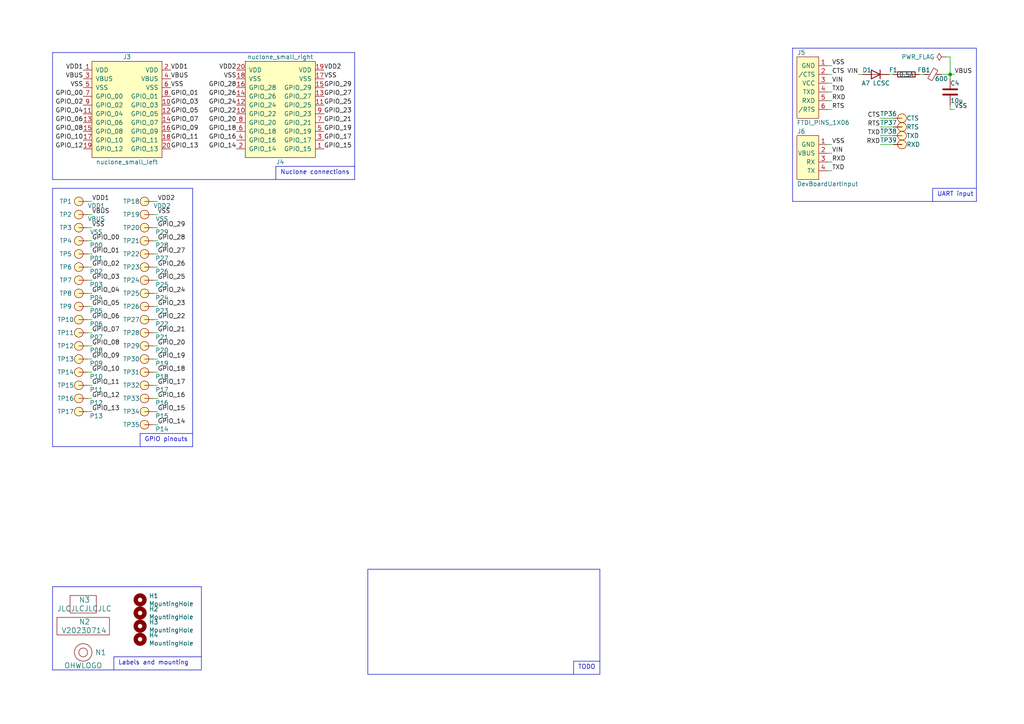
<source format=kicad_sch>
(kicad_sch (version 20230121) (generator eeschema)
  (paper "A4")
  (lib_symbols
    (symbol "Device:C" (pin_numbers hide) (pin_names (offset 0.254))
      (property "Reference" "C" (at 0.635 2.54 0))
      (property "Value" "C" (at 0.635 -2.54 0))
      (symbol "C_0_1"
        (polyline (pts (xy -2.032 -0.762) (xy 2.032 -0.762)) (stroke (width 0.508)))
        (polyline (pts (xy -2.032 0.762) (xy 2.032 0.762)) (stroke (width 0.508)))
      )
      (symbol "C_1_1"
        (pin passive line (at 0 3.81 270) (length 2.794) (name "~") (number "1"))
        (pin passive line (at 0 -3.81 90) (length 2.794) (name "~") (number "2"))
      )
    )
    (symbol "Device:D" (pin_numbers hide) (pin_names (offset 1.016) hide)
      (property "Reference" "D" (at 0 2.54 0))
      (property "Value" "D" (at 0 -2.54 0))
      (symbol "D_0_1"
        (polyline (pts (xy -1.27 1.27) (xy -1.27 -1.27)) (stroke (width 0.254)))
        (polyline (pts (xy 1.27 0) (xy -1.27 0)))
        (polyline (pts (xy 1.27 1.27) (xy 1.27 -1.27) (xy -1.27 0) (xy 1.27 1.27)) (stroke (width 0.254)))
      )
      (symbol "D_1_1"
        (pin passive line (at -3.81 0 0) (length 2.54) (name "K") (number "1"))
        (pin passive line (at 3.81 0 180) (length 2.54) (name "A") (number "2"))
      )
    )
    (symbol "Device:FerriteBead_Small" (pin_numbers hide) (pin_names (offset 0))
      (property "Reference" "FB" (at 1.905 1.27 0))
      (property "Value" "FerriteBead_Small" (at 1.905 -1.27 0))
      (symbol "FerriteBead_Small_0_1"
        (polyline (pts (xy 0 -1.27) (xy 0 -0.7874)))
        (polyline (pts (xy 0 0.889) (xy 0 1.2954)))
        (polyline (pts (xy -1.8288 0.2794) (xy -1.1176 1.4986) (xy 1.8288 -0.2032) (xy 1.1176 -1.4224) (xy -1.8288 0.2794)))
      )
      (symbol "FerriteBead_Small_1_1"
        (pin passive line (at 0 2.54 270) (length 1.27) (name "~") (number "1"))
        (pin passive line (at 0 -2.54 90) (length 1.27) (name "~") (number "2"))
      )
    )
    (symbol "Device:Fuse" (pin_numbers hide) (pin_names (offset 0))
      (property "Reference" "F" (at 2.032 0 90))
      (property "Value" "Fuse" (at -1.905 0 90))
      (symbol "Fuse_0_1"
        (rectangle (start -0.762 -2.54) (end 0.762 2.54) (stroke (width 0.254)))
        (polyline (pts (xy 0 2.54) (xy 0 -2.54)))
      )
      (symbol "Fuse_1_1"
        (pin passive line (at 0 3.81 270) (length 1.27) (name "~") (number "1"))
        (pin passive line (at 0 -3.81 90) (length 1.27) (name "~") (number "2"))
      )
    )
    (symbol "Mechanical:MountingHole" (pin_names (offset 1.016))
      (property "Reference" "H" (at 0 5.08 0))
      (property "Value" "MountingHole" (at 0 3.175 0))
      (symbol "MountingHole_0_1"
        (circle (center 0 0) (radius 1.27) (stroke (width 1.27)))
      )
    )
    (symbol "SquantorConnectorsNamed:DevBoardUartInput" (pin_names (offset 1.016))
      (property "Reference" "J" (at 0 7.62 0))
      (property "Value" "DevBoardUartInput" (at 0 -7.62 0))
      (symbol "DevBoardUartInput_0_1"
        (rectangle (start 2.54 -6.35) (end -3.81 6.35) (fill (type background)))
      )
      (symbol "DevBoardUartInput_1_1"
        (pin power_out line (at 5.08 3.81 180) (length 2.54) (name "GND") (number "1"))
        (pin power_out line (at 5.08 1.27 180) (length 2.54) (name "VBUS") (number "2"))
        (pin input line (at 5.08 -1.27 180) (length 2.54) (name "RX") (number "3"))
        (pin output line (at 5.08 -3.81 180) (length 2.54) (name "TX") (number "4"))
      )
    )
    (symbol "SquantorConnectorsNamed:FTDI_PINS_1X06" (pin_names (offset 1.016))
      (property "Reference" "J" (at 0 10.16 0))
      (property "Value" "FTDI_PINS_1X06" (at 0 -10.16 0))
      (symbol "FTDI_PINS_1X06_0_1"
        (rectangle (start -3.81 8.89) (end 2.54 -8.89) (fill (type background)))
      )
      (symbol "FTDI_PINS_1X06_1_1"
        (pin power_out line (at 5.08 6.35 180) (length 2.54) (name "GND") (number "1"))
        (pin input line (at 5.08 3.81 180) (length 2.54) (name "/CTS") (number "2"))
        (pin power_out line (at 5.08 1.27 180) (length 2.54) (name "VCC") (number "3"))
        (pin output line (at 5.08 -1.27 180) (length 2.54) (name "TXD") (number "4"))
        (pin input line (at 5.08 -3.81 180) (length 2.54) (name "RXD") (number "5"))
        (pin output line (at 5.08 -6.35 180) (length 2.54) (name "/RTS") (number "6"))
      )
    )
    (symbol "SquantorConnectorsNamed:nuclone_small_left" (pin_names (offset 1.016))
      (property "Reference" "J" (at 0 15.24 0))
      (property "Value" "nuclone_small_left" (at 0 -15.24 0))
      (symbol "nuclone_small_left_0_1"
        (rectangle (start -10.16 13.97) (end 10.16 -13.97) (fill (type background)))
      )
      (symbol "nuclone_small_left_1_1"
        (pin power_in line (at -12.7 11.43 0) (length 2.54) (name "VDD") (number "1"))
        (pin bidirectional line (at 12.7 1.27 180) (length 2.54) (name "GPIO_03") (number "10"))
        (pin bidirectional line (at -12.7 -1.27 0) (length 2.54) (name "GPIO_04") (number "11"))
        (pin bidirectional line (at 12.7 -1.27 180) (length 2.54) (name "GPIO_05") (number "12"))
        (pin bidirectional line (at -12.7 -3.81 0) (length 2.54) (name "GPIO_06") (number "13"))
        (pin bidirectional line (at 12.7 -3.81 180) (length 2.54) (name "GPIO_07") (number "14"))
        (pin bidirectional line (at -12.7 -6.35 0) (length 2.54) (name "GPIO_08") (number "15"))
        (pin bidirectional line (at 12.7 -6.35 180) (length 2.54) (name "GPIO_09") (number "16"))
        (pin bidirectional line (at -12.7 -8.89 0) (length 2.54) (name "GPIO_10") (number "17"))
        (pin bidirectional line (at 12.7 -8.89 180) (length 2.54) (name "GPIO_11") (number "18"))
        (pin bidirectional line (at -12.7 -11.43 0) (length 2.54) (name "GPIO_12") (number "19"))
        (pin power_in line (at 12.7 11.43 180) (length 2.54) (name "VDD") (number "2"))
        (pin bidirectional line (at 12.7 -11.43 180) (length 2.54) (name "GPIO_13") (number "20"))
        (pin power_in line (at -12.7 8.89 0) (length 2.54) (name "VBUS") (number "3"))
        (pin power_in line (at 12.7 8.89 180) (length 2.54) (name "VBUS") (number "4"))
        (pin power_in line (at -12.7 6.35 0) (length 2.54) (name "VSS") (number "5"))
        (pin power_in line (at 12.7 6.35 180) (length 2.54) (name "VSS") (number "6"))
        (pin bidirectional line (at -12.7 3.81 0) (length 2.54) (name "GPIO_00") (number "7"))
        (pin bidirectional line (at 12.7 3.81 180) (length 2.54) (name "GPIO_01") (number "8"))
        (pin bidirectional line (at -12.7 1.27 0) (length 2.54) (name "GPIO_02") (number "9"))
      )
    )
    (symbol "SquantorConnectorsNamed:nuclone_small_right" (pin_names (offset 1.016))
      (property "Reference" "J" (at 0 -15.24 0))
      (property "Value" "nuclone_small_right" (at 0 15.24 0))
      (symbol "nuclone_small_right_0_1"
        (rectangle (start 10.16 -13.97) (end -10.16 13.97) (fill (type background)))
      )
      (symbol "nuclone_small_right_1_1"
        (pin bidirectional line (at 12.7 -11.43 180) (length 2.54) (name "GPIO_15") (number "1"))
        (pin bidirectional line (at -12.7 -1.27 0) (length 2.54) (name "GPIO_22") (number "10"))
        (pin bidirectional line (at 12.7 1.27 180) (length 2.54) (name "GPIO_25") (number "11"))
        (pin bidirectional line (at -12.7 1.27 0) (length 2.54) (name "GPIO_24") (number "12"))
        (pin bidirectional line (at 12.7 3.81 180) (length 2.54) (name "GPIO_27") (number "13"))
        (pin bidirectional line (at -12.7 3.81 0) (length 2.54) (name "GPIO_26") (number "14"))
        (pin bidirectional line (at 12.7 6.35 180) (length 2.54) (name "GPIO_29") (number "15"))
        (pin bidirectional line (at -12.7 6.35 0) (length 2.54) (name "GPIO_28") (number "16"))
        (pin power_in line (at 12.7 8.89 180) (length 2.54) (name "VSS") (number "17"))
        (pin power_in line (at -12.7 8.89 0) (length 2.54) (name "VSS") (number "18"))
        (pin power_in line (at 12.7 11.43 180) (length 2.54) (name "VDD") (number "19"))
        (pin bidirectional line (at -12.7 -11.43 0) (length 2.54) (name "GPIO_14") (number "2"))
        (pin power_in line (at -12.7 11.43 0) (length 2.54) (name "VDD") (number "20"))
        (pin bidirectional line (at 12.7 -8.89 180) (length 2.54) (name "GPIO_17") (number "3"))
        (pin bidirectional line (at -12.7 -8.89 0) (length 2.54) (name "GPIO_16") (number "4"))
        (pin bidirectional line (at 12.7 -6.35 180) (length 2.54) (name "GPIO_19") (number "5"))
        (pin bidirectional line (at -12.7 -6.35 0) (length 2.54) (name "GPIO_18") (number "6"))
        (pin bidirectional line (at 12.7 -3.81 180) (length 2.54) (name "GPIO_21") (number "7"))
        (pin bidirectional line (at -12.7 -3.81 0) (length 2.54) (name "GPIO_20") (number "8"))
        (pin bidirectional line (at 12.7 -1.27 180) (length 2.54) (name "GPIO_23") (number "9"))
      )
    )
    (symbol "SquantorLabels:Label" (pin_names (offset 1.016))
      (property "Reference" "N" (at 0 1.27 0))
      (property "Value" "Label" (at 0 -1.27 0))
      (symbol "Label_0_1"
        (rectangle (start -3.81 2.54) (end 3.81 -2.54))
      )
    )
    (symbol "SquantorLabels:OHWLOGO" (pin_names (offset 1.016))
      (property "Reference" "N" (at 0 3.81 0))
      (property "Value" "OHWLOGO" (at 0 -3.81 0))
      (symbol "OHWLOGO_0_1"
        (circle (center 0 0) (radius 1.27))
        (circle (center 0 0) (radius 2.54))
      )
    )
    (symbol "SquantorLabels:VYYYYMMDD" (pin_names (offset 1.016))
      (property "Reference" "N" (at 0 2.54 0))
      (property "Value" "VYYYYMMDD" (at 0 0 0))
      (symbol "VYYYYMMDD_0_1"
        (rectangle (start 7.62 -1.27) (end -7.62 3.81))
      )
    )
    (symbol "SquantorProto:testpad" (pin_numbers hide) (pin_names (offset 1.016) hide)
      (property "Reference" "TP" (at 0 2.54 0))
      (property "Value" "testpad" (at 0 -2.54 0))
      (symbol "testpad_0_1"
        (circle (center 0 0) (radius 1.27) (fill (type background)))
      )
      (symbol "testpad_1_1"
        (pin passive line (at -2.54 0 0) (length 2.54) (name "1") (number "1"))
      )
    )
    (symbol "power:PWR_FLAG" (power) (pin_numbers hide) (pin_names (offset 0) hide)
      (property "Value" "PWR_FLAG" (at 0 3.81 0))
      (symbol "PWR_FLAG_0_0"
        (pin power_out line (at 0 0 90) (length 0) (name "pwr") (number "1"))
      )
      (symbol "PWR_FLAG_0_1"
        (polyline (pts (xy 0 0) (xy 0 1.27) (xy -1.016 1.905) (xy 0 2.54) (xy 1.016 1.905) (xy 0 1.27)))
      )
    )
  )
  (junction (at 275.59 21.59))
  (polyline (pts (xy 229.87 13.97) (xy 283.21 13.97)))
  (wire (pts (xy 248.92 21.59) (xy 250.19 21.59)))
  (wire (pts (xy 44.45 96.52) (xy 45.72 96.52)))
  (wire (pts (xy 44.45 58.42) (xy 45.72 58.42)))
  (wire (pts (xy 276.86 21.59) (xy 275.59 21.59)))
  (polyline (pts (xy 102.87 48.26) (xy 80.01 48.26)))
  (polyline (pts (xy 33.02 190.5) (xy 33.02 194.31)))
  (wire (pts (xy 275.59 21.59) (xy 275.59 22.86)))
  (wire (pts (xy 255.27 39.37) (xy 259.08 39.37)))
  (wire (pts (xy 45.72 77.47) (xy 44.45 77.47)))
  (wire (pts (xy 257.81 21.59) (xy 259.08 21.59)))
  (polyline (pts (xy 58.42 190.5) (xy 33.02 190.5)))
  (wire (pts (xy 240.03 31.75) (xy 241.3 31.75)))
  (polyline (pts (xy 229.87 58.42) (xy 283.21 58.42)))
  (wire (pts (xy 45.72 107.95) (xy 44.45 107.95)))
  (wire (pts (xy 25.4 88.9) (xy 26.67 88.9)))
  (polyline (pts (xy 173.99 165.1) (xy 173.99 195.58)))
  (wire (pts (xy 44.45 115.57) (xy 45.72 115.57)))
  (wire (pts (xy 240.03 41.91) (xy 241.3 41.91)))
  (wire (pts (xy 255.27 41.91) (xy 259.08 41.91)))
  (wire (pts (xy 266.7 21.59) (xy 267.97 21.59)))
  (wire (pts (xy 26.67 115.57) (xy 25.4 115.57)))
  (wire (pts (xy 26.67 58.42) (xy 25.4 58.42)))
  (polyline (pts (xy 80.01 48.26) (xy 80.01 52.07)))
  (polyline (pts (xy 15.24 54.61) (xy 55.88 54.61)))
  (wire (pts (xy 26.67 85.09) (xy 25.4 85.09)))
  (polyline (pts (xy 15.24 129.54) (xy 15.24 54.61)))
  (wire (pts (xy 45.72 100.33) (xy 44.45 100.33)))
  (polyline (pts (xy 40.64 125.73) (xy 40.64 129.54)))
  (wire (pts (xy 240.03 24.13) (xy 241.3 24.13)))
  (wire (pts (xy 44.45 66.04) (xy 45.72 66.04)))
  (polyline (pts (xy 55.88 54.61) (xy 55.88 129.54)))
  (wire (pts (xy 45.72 85.09) (xy 44.45 85.09)))
  (wire (pts (xy 255.27 34.29) (xy 259.08 34.29)))
  (wire (pts (xy 25.4 81.28) (xy 26.67 81.28)))
  (wire (pts (xy 25.4 104.14) (xy 26.67 104.14)))
  (wire (pts (xy 45.72 69.85) (xy 44.45 69.85)))
  (wire (pts (xy 240.03 49.53) (xy 241.3 49.53)))
  (wire (pts (xy 275.59 31.75) (xy 275.59 30.48)))
  (wire (pts (xy 25.4 96.52) (xy 26.67 96.52)))
  (wire (pts (xy 26.67 66.04) (xy 25.4 66.04)))
  (wire (pts (xy 44.45 111.76) (xy 45.72 111.76)))
  (polyline (pts (xy 15.24 194.31) (xy 58.42 194.31)))
  (wire (pts (xy 44.45 88.9) (xy 45.72 88.9)))
  (polyline (pts (xy 102.87 15.24) (xy 15.24 15.24)))
  (wire (pts (xy 240.03 46.99) (xy 241.3 46.99)))
  (wire (pts (xy 240.03 29.21) (xy 241.3 29.21)))
  (wire (pts (xy 26.67 107.95) (xy 25.4 107.95)))
  (polyline (pts (xy 283.21 13.97) (xy 283.21 58.42)))
  (polyline (pts (xy 106.68 165.1) (xy 173.99 165.1)))
  (polyline (pts (xy 55.88 129.54) (xy 15.24 129.54)))
  (polyline (pts (xy 15.24 52.07) (xy 102.87 52.07)))
  (polyline (pts (xy 58.42 194.31) (xy 58.42 170.18)))
  (polyline (pts (xy 166.37 191.77) (xy 173.99 191.77)))
  (wire (pts (xy 25.4 119.38) (xy 26.67 119.38)))
  (polyline (pts (xy 58.42 170.18) (xy 15.24 170.18)))
  (polyline (pts (xy 106.68 195.58) (xy 106.68 165.1)))
  (wire (pts (xy 45.72 119.38) (xy 44.45 119.38)))
  (wire (pts (xy 255.27 36.83) (xy 259.08 36.83)))
  (wire (pts (xy 45.72 92.71) (xy 44.45 92.71)))
  (polyline (pts (xy 55.88 125.73) (xy 40.64 125.73)))
  (wire (pts (xy 240.03 21.59) (xy 241.3 21.59)))
  (polyline (pts (xy 229.87 13.97) (xy 229.87 58.42)))
  (wire (pts (xy 25.4 73.66) (xy 26.67 73.66)))
  (wire (pts (xy 240.03 44.45) (xy 241.3 44.45)))
  (wire (pts (xy 44.45 81.28) (xy 45.72 81.28)))
  (wire (pts (xy 26.67 77.47) (xy 25.4 77.47)))
  (wire (pts (xy 275.59 16.51) (xy 275.59 21.59)))
  (wire (pts (xy 44.45 123.19) (xy 45.72 123.19)))
  (wire (pts (xy 240.03 26.67) (xy 241.3 26.67)))
  (wire (pts (xy 26.67 100.33) (xy 25.4 100.33)))
  (wire (pts (xy 44.45 104.14) (xy 45.72 104.14)))
  (wire (pts (xy 44.45 73.66) (xy 45.72 73.66)))
  (wire (pts (xy 26.67 69.85) (xy 25.4 69.85)))
  (wire (pts (xy 26.67 92.71) (xy 25.4 92.71)))
  (polyline (pts (xy 15.24 170.18) (xy 15.24 194.31)))
  (wire (pts (xy 275.59 31.75) (xy 276.86 31.75)))
  (wire (pts (xy 240.03 19.05) (xy 241.3 19.05)))
  (polyline (pts (xy 15.24 15.24) (xy 15.24 52.07)))
  (polyline (pts (xy 173.99 195.58) (xy 106.68 195.58)))
  (wire (pts (xy 25.4 62.23) (xy 26.67 62.23)))
  (polyline (pts (xy 283.21 54.61) (xy 270.51 54.61)))
  (wire (pts (xy 25.4 111.76) (xy 26.67 111.76)))
  (polyline (pts (xy 102.87 52.07) (xy 102.87 15.24)))
  (wire (pts (xy 273.05 21.59) (xy 275.59 21.59)))
  (wire (pts (xy 275.59 16.51) (xy 274.32 16.51)))
  (polyline (pts (xy 270.51 54.61) (xy 270.51 58.42)))
  (wire (pts (xy 45.72 62.23) (xy 44.45 62.23)))
  (polyline (pts (xy 166.37 195.58) (xy 166.37 191.77)))
  (text "Labels and mounting" (at 34.29 193.04 0) (effects (font (size 1.27 1.27)) (justify left bottom)))
  (text "TODO" (at 167.64 194.31 0) (effects (font (size 1.27 1.27)) (justify left bottom)))
  (text "GPIO pinouts" (at 41.91 128.27 0) (effects (font (size 1.27 1.27)) (justify left bottom)))
  (text "Nuclone connections" (at 81.28 50.8 0) (effects (font (size 1.27 1.27)) (justify left bottom)))
  (text "UART input" (at 271.78 57.15 0) (effects (font (size 1.27 1.27)) (justify left bottom)))
  (label "GPIO_24" (at 45.72 85.09 0))
  (label "GPIO_20" (at 68.58 35.56 180))
  (label "GPIO_22" (at 45.72 92.71 0))
  (label "GPIO_26" (at 68.58 27.94 180))
  (label "CTS" (at 241.3 21.59 0))
  (label "VSS" (at 49.53 25.4 0))
  (label "GPIO_24" (at 68.58 30.48 180))
  (label "TXD" (at 241.3 26.67 0))
  (label "GPIO_27" (at 45.72 73.66 0))
  (label "GPIO_11" (at 26.67 111.76 0))
  (label "VBUS" (at 49.53 22.86 0))
  (label "GPIO_28" (at 45.72 69.85 0))
  (label "GPIO_12" (at 26.67 115.57 0))
  (label "GPIO_15" (at 45.72 119.38 0))
  (label "VDD1" (at 26.67 58.42 0))
  (label "GPIO_07" (at 49.53 35.56 0))
  (label "GPIO_00" (at 24.13 27.94 180))
  (label "TXD" (at 241.3 49.53 0))
  (label "GPIO_21" (at 93.98 35.56 0))
  (label "VBUS" (at 26.67 62.23 0))
  (label "VDD2" (at 45.72 58.42 0))
  (label "GPIO_29" (at 93.98 25.4 0))
  (label "VIN" (at 241.3 24.13 0))
  (label "GPIO_19" (at 45.72 104.14 0))
  (label "GPIO_08" (at 24.13 38.1 180))
  (label "GPIO_11" (at 49.53 40.64 0))
  (label "CTS" (at 255.27 34.29 180))
  (label "VDD2" (at 93.98 20.32 0))
  (label "GPIO_22" (at 68.58 33.02 180))
  (label "VDD1" (at 24.13 20.32 180))
  (label "VIN" (at 248.92 21.59 180))
  (label "VSS" (at 45.72 62.23 0))
  (label "GPIO_10" (at 24.13 40.64 180))
  (label "GPIO_23" (at 93.98 33.02 0))
  (label "GPIO_01" (at 49.53 27.94 0))
  (label "GPIO_05" (at 49.53 33.02 0))
  (label "RXD" (at 241.3 29.21 0))
  (label "GPIO_15" (at 93.98 43.18 0))
  (label "GPIO_16" (at 45.72 115.57 0))
  (label "GPIO_08" (at 26.67 100.33 0))
  (label "GPIO_19" (at 93.98 38.1 0))
  (label "RXD" (at 255.27 41.91 180))
  (label "GPIO_26" (at 45.72 77.47 0))
  (label "GPIO_18" (at 45.72 107.95 0))
  (label "GPIO_27" (at 93.98 27.94 0))
  (label "GPIO_23" (at 45.72 88.9 0))
  (label "GPIO_21" (at 45.72 96.52 0))
  (label "GPIO_06" (at 26.67 92.71 0))
  (label "VIN" (at 241.3 44.45 0))
  (label "GPIO_03" (at 26.67 81.28 0))
  (label "GPIO_17" (at 93.98 40.64 0))
  (label "RXD" (at 241.3 46.99 0))
  (label "GPIO_14" (at 68.58 43.18 180))
  (label "VSS" (at 241.3 41.91 0))
  (label "RTS" (at 255.27 36.83 180))
  (label "GPIO_00" (at 26.67 69.85 0))
  (label "VSS" (at 93.98 22.86 0))
  (label "GPIO_04" (at 24.13 33.02 180))
  (label "VSS" (at 24.13 25.4 180))
  (label "GPIO_03" (at 49.53 30.48 0))
  (label "GPIO_13" (at 49.53 43.18 0))
  (label "GPIO_09" (at 26.67 104.14 0))
  (label "GPIO_02" (at 26.67 77.47 0))
  (label "VSS" (at 26.67 66.04 0))
  (label "GPIO_25" (at 45.72 81.28 0))
  (label "GPIO_13" (at 26.67 119.38 0))
  (label "VBUS" (at 276.86 21.59 0))
  (label "GPIO_18" (at 68.58 38.1 180))
  (label "GPIO_07" (at 26.67 96.52 0))
  (label "GPIO_05" (at 26.67 88.9 0))
  (label "GPIO_28" (at 68.58 25.4 180))
  (label "GPIO_09" (at 49.53 38.1 0))
  (label "GPIO_06" (at 24.13 35.56 180))
  (label "GPIO_02" (at 24.13 30.48 180))
  (label "GPIO_25" (at 93.98 30.48 0))
  (label "VBUS" (at 24.13 22.86 180))
  (label "VDD2" (at 68.58 20.32 180))
  (label "GPIO_04" (at 26.67 85.09 0))
  (label "GPIO_16" (at 68.58 40.64 180))
  (label "VSS" (at 241.3 19.05 0))
  (label "GPIO_17" (at 45.72 111.76 0))
  (label "GPIO_10" (at 26.67 107.95 0))
  (label "VSS" (at 276.86 31.75 0))
  (label "TXD" (at 255.27 39.37 180))
  (label "VDD1" (at 49.53 20.32 0))
  (label "GPIO_12" (at 24.13 43.18 180))
  (label "GPIO_01" (at 26.67 73.66 0))
  (label "VSS" (at 68.58 22.86 180))
  (label "GPIO_14" (at 45.72 123.19 0))
  (label "GPIO_29" (at 45.72 66.04 0))
  (label "RTS" (at 241.3 31.75 0))
  (label "GPIO_20" (at 45.72 100.33 0))
  (symbol (lib_id "SquantorLabels:OHWLOGO") (at 24.13 189.23 0) (unit 1)
    (property "Reference" "N1" (at 29.21 189.23 0) (effects (font (size 1.524 1.524))))
    (property "Value" "OHWLOGO" (at 24.13 193.04 0) (effects (font (size 1.524 1.524))))
    (property "Footprint" "Symbol:OSHW-Symbol_6.7x6mm_SilkScreen" (effects hide))
  )
  (symbol (lib_id "Mechanical:MountingHole") (at 40.64 185.42 0) (unit 1)
    (property "Reference" "H4" (at 43.18 184.2516 0) (effects (justify left)))
    (property "Value" "MountingHole" (at 43.18 186.563 0) (effects (justify left)))
    (property "Footprint" "MountingHole:MountingHole_3.2mm_M3_Pad_Via" (effects hide))
  )
  (symbol (lib_id "Mechanical:MountingHole") (at 40.64 181.61 0) (unit 1)
    (property "Reference" "H3" (at 43.18 180.4416 0) (effects (justify left)))
    (property "Value" "MountingHole" (at 43.18 182.753 0) (effects (justify left)))
    (property "Footprint" "MountingHole:MountingHole_3.2mm_M3_Pad_Via" (effects hide))
  )
  (symbol (lib_id "Mechanical:MountingHole") (at 40.64 177.8 0) (unit 1)
    (property "Reference" "H2" (at 43.18 176.6316 0) (effects (justify left)))
    (property "Value" "MountingHole" (at 43.18 178.943 0) (effects (justify left)))
    (property "Footprint" "MountingHole:MountingHole_3.2mm_M3_Pad_Via" (effects hide))
  )
  (symbol (lib_id "Mechanical:MountingHole") (at 40.64 173.99 0) (unit 1)
    (property "Reference" "H1" (at 43.18 172.8216 0) (effects (justify left)))
    (property "Value" "MountingHole" (at 43.18 175.133 0) (effects (justify left)))
    (property "Footprint" "MountingHole:MountingHole_3.2mm_M3_Pad_Via" (effects hide))
  )
  (symbol (lib_id "SquantorLabels:VYYYYMMDD") (at 24.13 182.88 0) (unit 1)
    (property "Reference" "N2" (at 22.86 180.34 0) (effects (font (size 1.524 1.524)) (justify left)))
    (property "Value" "V20230714" (at 17.78 182.88 0) (effects (font (size 1.524 1.524)) (justify left)))
    (property "Footprint" "SquantorLabels:Label_Generic" (effects hide))
  )
  (symbol (lib_id "SquantorConnectorsNamed:nuclone_small_left") (at 36.83 31.75 0) (unit 1)
    (property "Reference" "J3" (at 36.83 16.51 0))
    (property "Value" "nuclone_small_left" (at 36.83 46.99 0))
    (property "Footprint" "SquantorConnectorsNamed:nuclone_small_left_stacked" (effects hide))
  )
  (symbol (lib_id "SquantorConnectorsNamed:nuclone_small_right") (at 81.28 31.75 0) (unit 1)
    (property "Reference" "J4" (at 81.28 46.99 0))
    (property "Value" "nuclone_small_right" (at 81.28 16.51 0))
    (property "Footprint" "SquantorConnectorsNamed:nuclone_small_right_stacked" (effects hide))
  )
  (symbol (lib_id "SquantorLabels:Label") (at 24.13 175.26 0) (unit 1)
    (property "Reference" "N3" (at 22.86 173.99 0) (effects (font (size 1.524 1.524)) (justify left)))
    (property "Value" "JLCJLCJLCJLC" (at 16.51 176.53 0) (effects (font (size 1.524 1.524)) (justify left)))
    (property "Footprint" "SquantorLabels:Label_Generic" (effects hide))
  )
  (symbol (lib_id "SquantorProto:testpad") (at 22.86 58.42 180) (unit 1)
    (property "Reference" "TP1" (at 19.05 58.42 0))
    (property "Value" "VDD1" (at 27.94 59.69 0))
    (property "Footprint" "SquantorTestPoints:TestPoint_hole_H05R10_2side" (effects hide))
  )
  (symbol (lib_id "SquantorProto:testpad") (at 22.86 62.23 180) (unit 1)
    (property "Reference" "TP2" (at 19.05 62.23 0))
    (property "Value" "VBUS" (at 27.94 63.5 0))
    (property "Footprint" "SquantorTestPoints:TestPoint_hole_H05R10_2side" (effects hide))
  )
  (symbol (lib_id "SquantorProto:testpad") (at 22.86 66.04 180) (unit 1)
    (property "Reference" "TP3" (at 19.05 66.04 0))
    (property "Value" "VSS" (at 27.94 67.31 0))
    (property "Footprint" "SquantorTestPoints:TestPoint_hole_H05R10_2side" (effects hide))
  )
  (symbol (lib_id "Device:Fuse") (at 262.89 21.59 270) (unit 1)
    (property "Reference" "F1" (at 259.08 20.32 90))
    (property "Value" "0.5A" (at 262.89 21.59 90))
    (property "Footprint" "SquantorRcl:F_0603_hand" (effects hide))
  )
  (symbol (lib_id "Device:FerriteBead_Small") (at 270.51 21.59 270) (unit 1)
    (property "Reference" "FB1" (at 267.97 20.32 90))
    (property "Value" "600" (at 273.05 22.86 90))
    (property "Footprint" "SquantorRcl:L_0603" (effects hide))
  )
  (symbol (lib_id "Device:C") (at 275.59 26.67 0) (unit 1)
    (property "Reference" "C4" (at 275.59 24.13 0) (effects (justify left)))
    (property "Value" "10u" (at 275.59 29.21 0) (effects (justify left)))
    (property "Footprint" "SquantorRcl:C_0603" (effects hide))
  )
  (symbol (lib_id "power:PWR_FLAG") (at 274.32 16.51 90) (unit 1)
    (property "Reference" "#FLG02" (effects hide))
    (property "Value" "PWR_FLAG" (at 271.0942 16.51 90) (effects (justify left)))
  )
  (symbol (lib_id "SquantorProto:testpad") (at 22.86 69.85 180) (unit 1)
    (property "Reference" "TP4" (at 19.05 69.85 0))
    (property "Value" "P00" (at 27.94 71.12 0))
    (property "Footprint" "SquantorTestPoints:TestPoint_hole_H05R10_2side" (effects hide))
  )
  (symbol (lib_id "SquantorProto:testpad") (at 22.86 73.66 180) (unit 1)
    (property "Reference" "TP5" (at 19.05 73.66 0))
    (property "Value" "P01" (at 27.94 74.93 0))
    (property "Footprint" "SquantorTestPoints:TestPoint_hole_H05R10_2side" (effects hide))
  )
  (symbol (lib_id "SquantorProto:testpad") (at 22.86 77.47 180) (unit 1)
    (property "Reference" "TP6" (at 19.05 77.47 0))
    (property "Value" "P02" (at 27.94 78.74 0))
    (property "Footprint" "SquantorTestPoints:TestPoint_hole_H05R10_2side" (effects hide))
  )
  (symbol (lib_id "SquantorProto:testpad") (at 22.86 81.28 180) (unit 1)
    (property "Reference" "TP7" (at 19.05 81.28 0))
    (property "Value" "P03" (at 27.94 82.55 0))
    (property "Footprint" "SquantorTestPoints:TestPoint_hole_H05R10_2side" (effects hide))
  )
  (symbol (lib_id "SquantorProto:testpad") (at 22.86 85.09 180) (unit 1)
    (property "Reference" "TP8" (at 19.05 85.09 0))
    (property "Value" "P04" (at 27.94 86.36 0))
    (property "Footprint" "SquantorTestPoints:TestPoint_hole_H05R10_2side" (effects hide))
  )
  (symbol (lib_id "SquantorProto:testpad") (at 22.86 88.9 180) (unit 1)
    (property "Reference" "TP9" (at 19.05 88.9 0))
    (property "Value" "P05" (at 27.94 90.17 0))
    (property "Footprint" "SquantorTestPoints:TestPoint_hole_H05R10_2side" (effects hide))
  )
  (symbol (lib_id "SquantorProto:testpad") (at 22.86 92.71 180) (unit 1)
    (property "Reference" "TP10" (at 19.05 92.71 0))
    (property "Value" "P06" (at 27.94 93.98 0))
    (property "Footprint" "SquantorTestPoints:TestPoint_hole_H05R10_2side" (effects hide))
  )
  (symbol (lib_id "SquantorProto:testpad") (at 22.86 96.52 180) (unit 1)
    (property "Reference" "TP11" (at 19.05 96.52 0))
    (property "Value" "P07" (at 27.94 97.79 0))
    (property "Footprint" "SquantorTestPoints:TestPoint_hole_H05R10_2side" (effects hide))
  )
  (symbol (lib_id "SquantorProto:testpad") (at 22.86 100.33 180) (unit 1)
    (property "Reference" "TP12" (at 19.05 100.33 0))
    (property "Value" "P08" (at 27.94 101.6 0))
    (property "Footprint" "SquantorTestPoints:TestPoint_hole_H05R10_2side" (effects hide))
  )
  (symbol (lib_id "SquantorProto:testpad") (at 22.86 104.14 180) (unit 1)
    (property "Reference" "TP13" (at 19.05 104.14 0))
    (property "Value" "P09" (at 27.94 105.41 0))
    (property "Footprint" "SquantorTestPoints:TestPoint_hole_H05R10_2side" (effects hide))
  )
  (symbol (lib_id "SquantorProto:testpad") (at 22.86 107.95 180) (unit 1)
    (property "Reference" "TP14" (at 19.05 107.95 0))
    (property "Value" "P10" (at 27.94 109.22 0))
    (property "Footprint" "SquantorTestPoints:TestPoint_hole_H05R10_2side" (effects hide))
  )
  (symbol (lib_id "SquantorProto:testpad") (at 22.86 111.76 180) (unit 1)
    (property "Reference" "TP15" (at 19.05 111.76 0))
    (property "Value" "P11" (at 27.94 113.03 0))
    (property "Footprint" "SquantorTestPoints:TestPoint_hole_H05R10_2side" (effects hide))
  )
  (symbol (lib_id "SquantorProto:testpad") (at 22.86 115.57 180) (unit 1)
    (property "Reference" "TP16" (at 19.05 115.57 0))
    (property "Value" "P12" (at 27.94 116.84 0))
    (property "Footprint" "SquantorTestPoints:TestPoint_hole_H05R10_2side" (effects hide))
  )
  (symbol (lib_id "SquantorProto:testpad") (at 22.86 119.38 180) (unit 1)
    (property "Reference" "TP17" (at 19.05 119.38 0))
    (property "Value" "P13" (at 27.94 120.65 0))
    (property "Footprint" "SquantorTestPoints:TestPoint_hole_H05R10_2side" (effects hide))
  )
  (symbol (lib_id "SquantorProto:testpad") (at 41.91 58.42 180) (unit 1)
    (property "Reference" "TP18" (at 38.1 58.42 0))
    (property "Value" "VDD2" (at 46.99 59.69 0))
    (property "Footprint" "SquantorTestPoints:TestPoint_hole_H05R10_2side" (effects hide))
  )
  (symbol (lib_id "SquantorProto:testpad") (at 41.91 62.23 180) (unit 1)
    (property "Reference" "TP19" (at 38.1 62.23 0))
    (property "Value" "VSS" (at 46.99 63.5 0))
    (property "Footprint" "SquantorTestPoints:TestPoint_hole_H05R10_2side" (effects hide))
  )
  (symbol (lib_id "SquantorProto:testpad") (at 41.91 73.66 180) (unit 1)
    (property "Reference" "TP22" (at 38.1 73.66 0))
    (property "Value" "P27" (at 46.99 74.93 0))
    (property "Footprint" "SquantorTestPoints:TestPoint_hole_H05R10_2side" (effects hide))
  )
  (symbol (lib_id "SquantorProto:testpad") (at 41.91 77.47 180) (unit 1)
    (property "Reference" "TP23" (at 38.1 77.47 0))
    (property "Value" "P26" (at 46.99 78.74 0))
    (property "Footprint" "SquantorTestPoints:TestPoint_hole_H05R10_2side" (effects hide))
  )
  (symbol (lib_id "SquantorProto:testpad") (at 41.91 81.28 180) (unit 1)
    (property "Reference" "TP24" (at 38.1 81.28 0))
    (property "Value" "P25" (at 46.99 82.55 0))
    (property "Footprint" "SquantorTestPoints:TestPoint_hole_H05R10_2side" (effects hide))
  )
  (symbol (lib_id "SquantorProto:testpad") (at 41.91 85.09 180) (unit 1)
    (property "Reference" "TP25" (at 38.1 85.09 0))
    (property "Value" "P24" (at 46.99 86.36 0))
    (property "Footprint" "SquantorTestPoints:TestPoint_hole_H05R10_2side" (effects hide))
  )
  (symbol (lib_id "SquantorProto:testpad") (at 41.91 88.9 180) (unit 1)
    (property "Reference" "TP26" (at 38.1 88.9 0))
    (property "Value" "P23" (at 46.99 90.17 0))
    (property "Footprint" "SquantorTestPoints:TestPoint_hole_H05R10_2side" (effects hide))
  )
  (symbol (lib_id "SquantorProto:testpad") (at 41.91 92.71 180) (unit 1)
    (property "Reference" "TP27" (at 38.1 92.71 0))
    (property "Value" "P22" (at 46.99 93.98 0))
    (property "Footprint" "SquantorTestPoints:TestPoint_hole_H05R10_2side" (effects hide))
  )
  (symbol (lib_id "SquantorProto:testpad") (at 41.91 96.52 180) (unit 1)
    (property "Reference" "TP28" (at 38.1 96.52 0))
    (property "Value" "P21" (at 46.99 97.79 0))
    (property "Footprint" "SquantorTestPoints:TestPoint_hole_H05R10_2side" (effects hide))
  )
  (symbol (lib_id "SquantorProto:testpad") (at 41.91 100.33 180) (unit 1)
    (property "Reference" "TP29" (at 38.1 100.33 0))
    (property "Value" "P20" (at 46.99 101.6 0))
    (property "Footprint" "SquantorTestPoints:TestPoint_hole_H05R10_2side" (effects hide))
  )
  (symbol (lib_id "SquantorProto:testpad") (at 41.91 104.14 180) (unit 1)
    (property "Reference" "TP30" (at 38.1 104.14 0))
    (property "Value" "P19" (at 46.99 105.41 0))
    (property "Footprint" "SquantorTestPoints:TestPoint_hole_H05R10_2side" (effects hide))
  )
  (symbol (lib_id "SquantorProto:testpad") (at 41.91 107.95 180) (unit 1)
    (property "Reference" "TP31" (at 38.1 107.95 0))
    (property "Value" "P18" (at 46.99 109.22 0))
    (property "Footprint" "SquantorTestPoints:TestPoint_hole_H05R10_2side" (effects hide))
  )
  (symbol (lib_id "SquantorProto:testpad") (at 41.91 111.76 180) (unit 1)
    (property "Reference" "TP32" (at 38.1 111.76 0))
    (property "Value" "P17" (at 46.99 113.03 0))
    (property "Footprint" "SquantorTestPoints:TestPoint_hole_H05R10_2side" (effects hide))
  )
  (symbol (lib_id "SquantorProto:testpad") (at 41.91 115.57 180) (unit 1)
    (property "Reference" "TP33" (at 38.1 115.57 0))
    (property "Value" "P16" (at 46.99 116.84 0))
    (property "Footprint" "SquantorTestPoints:TestPoint_hole_H05R10_2side" (effects hide))
  )
  (symbol (lib_id "SquantorProto:testpad") (at 41.91 119.38 180) (unit 1)
    (property "Reference" "TP34" (at 38.1 119.38 0))
    (property "Value" "P15" (at 46.99 120.65 0))
    (property "Footprint" "SquantorTestPoints:TestPoint_hole_H05R10_2side" (effects hide))
  )
  (symbol (lib_id "SquantorProto:testpad") (at 41.91 123.19 180) (unit 1)
    (property "Reference" "TP35" (at 38.1 123.19 0))
    (property "Value" "P14" (at 46.99 124.46 0))
    (property "Footprint" "SquantorTestPoints:TestPoint_hole_H05R10_2side" (effects hide))
  )
  (symbol (lib_id "SquantorProto:testpad") (at 41.91 66.04 180) (unit 1)
    (property "Reference" "TP20" (at 38.1 66.04 0))
    (property "Value" "P29" (at 46.99 67.31 0))
    (property "Footprint" "SquantorTestPoints:TestPoint_hole_H05R10_2side" (effects hide))
  )
  (symbol (lib_id "SquantorProto:testpad") (at 41.91 69.85 180) (unit 1)
    (property "Reference" "TP21" (at 38.1 69.85 0))
    (property "Value" "P28" (at 46.99 71.12 0))
    (property "Footprint" "SquantorTestPoints:TestPoint_hole_H05R10_2side" (effects hide))
  )
  (symbol (lib_id "Device:D") (at 254 21.59 180) (unit 1)
    (property "Reference" "D1" (at 251.46 20.32 0))
    (property "Value" "A7 LCSC" (at 254 24.13 0))
    (property "Footprint" "SquantorDiodes:SOD-123F-hand" (effects hide))
    (property "Sim.Device" "D" (effects hide))
    (property "Sim.Pins" "1=K 2=A" (effects hide))
  )
  (symbol (lib_id "SquantorProto:testpad") (at 261.62 36.83 0) (unit 1)
    (property "Reference" "TP37" (at 255.27 35.56 0) (effects (justify left)))
    (property "Value" "RTS" (at 262.89 36.83 0) (effects (justify left)))
    (property "Footprint" "SquantorTestPoints:TestPoint_hole_H05R10_2side" (effects hide))
  )
  (symbol (lib_id "SquantorProto:testpad") (at 261.62 39.37 0) (unit 1)
    (property "Reference" "TP38" (at 255.27 38.1 0) (effects (justify left)))
    (property "Value" "TXD" (at 262.89 39.37 0) (effects (justify left)))
    (property "Footprint" "SquantorTestPoints:TestPoint_hole_H05R10_2side" (effects hide))
  )
  (symbol (lib_id "SquantorProto:testpad") (at 261.62 34.29 0) (unit 1)
    (property "Reference" "TP36" (at 255.27 33.02 0) (effects (justify left)))
    (property "Value" "CTS" (at 262.89 34.29 0) (effects (justify left)))
    (property "Footprint" "SquantorTestPoints:TestPoint_hole_H05R10_2side" (effects hide))
  )
  (symbol (lib_id "SquantorProto:testpad") (at 261.62 41.91 0) (unit 1)
    (property "Reference" "TP39" (at 255.27 40.64 0) (effects (justify left)))
    (property "Value" "RXD" (at 262.89 41.91 0) (effects (justify left)))
    (property "Footprint" "SquantorTestPoints:TestPoint_hole_H05R10_2side" (effects hide))
  )
  (symbol (lib_id "SquantorConnectorsNamed:DevBoardUartInput") (at 234.95 45.72 0) (unit 1)
    (property "Reference" "J6" (at 232.41 38.1 0))
    (property "Value" "DevBoardUartInput" (at 240.03 53.34 0))
    (property "Footprint" "Connector_JST:JST_PH_B4B-PH-K_1x04_P2.00mm_Vertical" (effects hide))
  )
  (symbol (lib_id "SquantorConnectorsNamed:FTDI_PINS_1X06") (at 234.95 25.4 0) (unit 1)
    (property "Reference" "J5" (at 232.41 15.24 0))
    (property "Value" "FTDI_PINS_1X06" (at 238.76 35.56 0))
    (property "Footprint" "SquantorConnectors:Header-0254-1X06-H010" (effects hide))
  )
)
</source>
